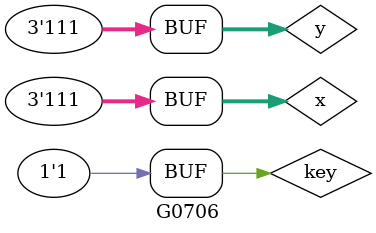
<source format=v>

module f1 (output r, input [0:2] x, y, input key);

	// Operations buffer
	wire [0:2] xor_o;

	// NOT buffers
	wire not_key;
	wire not_xor;

	// AND buffers
	wire [0:1] andk;

	// Result buffers
	wire or_r;

	// Circuit

		// NOT key
	not (not_key, key);

		// Operations
	xor (xor_o[0], x[0], y[0]);
	xor (xor_o[1], x[1], y[1]);
	xor (xor_o[2], x[2], y[2]);

		// Join
	or  (or_r, xor_o[0], xor_o[1], xor_o[2]);

		// Invert result
	not (not_xor, or_r);

		// Selector
	and (andk[0], or_r, key);
	and (andk[1], not_xor, not_key);

	// Result
	or (r, andk[0], andk[1]);

endmodule // f1

module G0706;

	// Variables
	reg [0:2] x = 3'b000;
	reg [0:2] y = 3'b000;
	reg key = 1'b0;
	wire r;

	// Call module
	f1 F1 (r, x, y, key);

	// Actions
	initial
		begin : main

			$display ("\nG0706 -\n");

			$display ("Equal");
			$monitor ("%b | %b %b | %b",key, x,y, r);	
			#1 x = 3'b000; y = 3'b000; key = 1'b0;
			#1 x = 3'b000; y = 3'b001; key = 1'b0;
			#1 x = 3'b001; y = 3'b000; key = 1'b0;
			#1 x = 3'b001; y = 3'b001; key = 1'b0;
			#1 x = 3'b101; y = 3'b101; key = 1'b0;
			#1 x = 3'b110; y = 3'b100; key = 1'b0;
			#1 x = 3'b111; y = 3'b001; key = 1'b0;	
			#1 x = 3'b101; y = 3'b111; key = 1'b0;
			#1 x = 3'b111; y = 3'b111; key = 1'b0;
			
			#1 $display ("\nDiff");
			#1 x = 3'b000; y = 3'b000; key = 1'b1;
			#1 x = 3'b000; y = 3'b001; key = 1'b1;
			#1 x = 3'b001; y = 3'b000; key = 1'b1;
			#1 x = 3'b001; y = 3'b001; key = 1'b1;
			#1 x = 3'b101; y = 3'b101; key = 1'b1;
			#1 x = 3'b110; y = 3'b100; key = 1'b1;
			#1 x = 3'b111; y = 3'b001; key = 1'b1;	
			#1 x = 3'b101; y = 3'b111; key = 1'b1;
			#1 x = 3'b111; y = 3'b111; key = 1'b1;	

		end // main

endmodule // G0706

</source>
